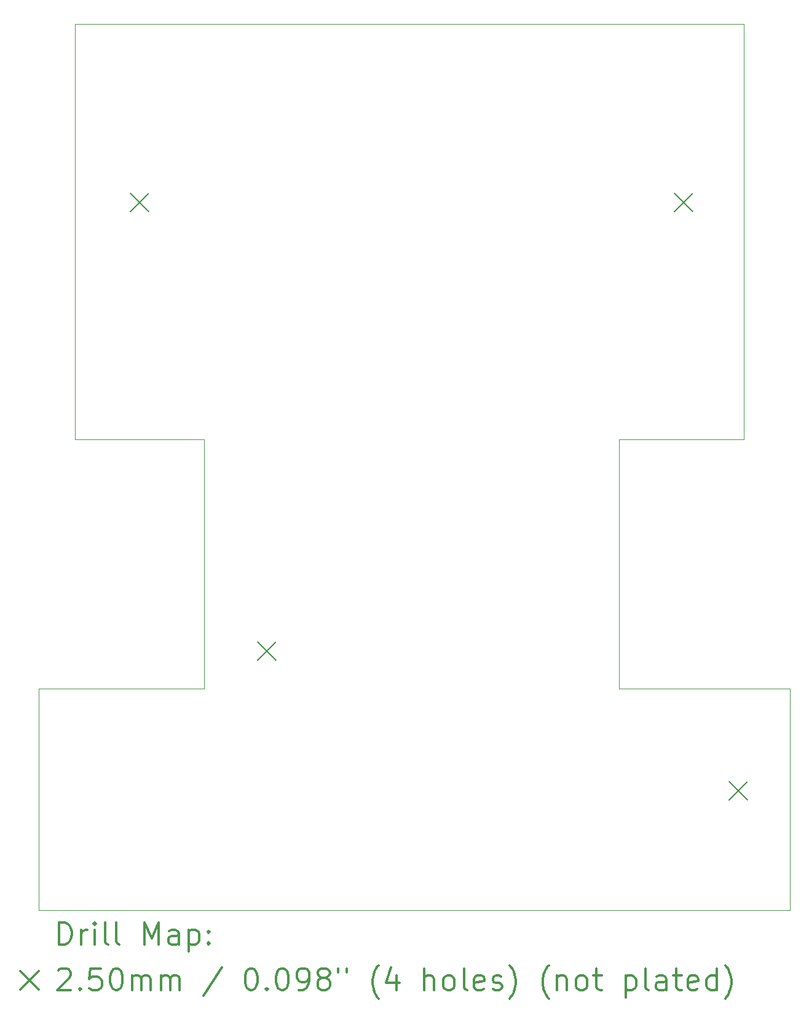
<source format=gbr>
%FSLAX45Y45*%
G04 Gerber Fmt 4.5, Leading zero omitted, Abs format (unit mm)*
G04 Created by KiCad (PCBNEW 5.1.2) date 2019-06-26 00:59:18*
%MOMM*%
%LPD*%
G04 APERTURE LIST*
%ADD10C,0.050000*%
%ADD11C,0.200000*%
%ADD12C,0.300000*%
G04 APERTURE END LIST*
D10*
X13271500Y-8509000D02*
X14986000Y-8509000D01*
X14986000Y-2794000D02*
X14986000Y-8509000D01*
X5778500Y-2794000D02*
X5778500Y-8509000D01*
X7556500Y-8509000D02*
X5778500Y-8509000D01*
X15621000Y-11938000D02*
X15621000Y-14986000D01*
X13271500Y-11938000D02*
X15621000Y-11938000D01*
X14986000Y-2794000D02*
X5778500Y-2794000D01*
X13271500Y-11938000D02*
X13271500Y-8509000D01*
X5276596Y-14986000D02*
X15621000Y-14986000D01*
X5276596Y-11938000D02*
X5276596Y-14986000D01*
X7556500Y-11938000D02*
X5276596Y-11938000D01*
X7556500Y-8509000D02*
X7556500Y-11938000D01*
D11*
X8295100Y-11292300D02*
X8545100Y-11542300D01*
X8545100Y-11292300D02*
X8295100Y-11542300D01*
X14035500Y-5120100D02*
X14285500Y-5370100D01*
X14285500Y-5120100D02*
X14035500Y-5370100D01*
X6542500Y-5120100D02*
X6792500Y-5370100D01*
X6792500Y-5120100D02*
X6542500Y-5370100D01*
X14789320Y-13214970D02*
X15039320Y-13464970D01*
X15039320Y-13214970D02*
X14789320Y-13464970D01*
D12*
X5560524Y-15454214D02*
X5560524Y-15154214D01*
X5631953Y-15154214D01*
X5674810Y-15168500D01*
X5703382Y-15197071D01*
X5717667Y-15225643D01*
X5731953Y-15282786D01*
X5731953Y-15325643D01*
X5717667Y-15382786D01*
X5703382Y-15411357D01*
X5674810Y-15439929D01*
X5631953Y-15454214D01*
X5560524Y-15454214D01*
X5860524Y-15454214D02*
X5860524Y-15254214D01*
X5860524Y-15311357D02*
X5874810Y-15282786D01*
X5889096Y-15268500D01*
X5917667Y-15254214D01*
X5946239Y-15254214D01*
X6046239Y-15454214D02*
X6046239Y-15254214D01*
X6046239Y-15154214D02*
X6031953Y-15168500D01*
X6046239Y-15182786D01*
X6060524Y-15168500D01*
X6046239Y-15154214D01*
X6046239Y-15182786D01*
X6231953Y-15454214D02*
X6203382Y-15439929D01*
X6189096Y-15411357D01*
X6189096Y-15154214D01*
X6389096Y-15454214D02*
X6360524Y-15439929D01*
X6346239Y-15411357D01*
X6346239Y-15154214D01*
X6731953Y-15454214D02*
X6731953Y-15154214D01*
X6831953Y-15368500D01*
X6931953Y-15154214D01*
X6931953Y-15454214D01*
X7203382Y-15454214D02*
X7203382Y-15297071D01*
X7189096Y-15268500D01*
X7160524Y-15254214D01*
X7103382Y-15254214D01*
X7074810Y-15268500D01*
X7203382Y-15439929D02*
X7174810Y-15454214D01*
X7103382Y-15454214D01*
X7074810Y-15439929D01*
X7060524Y-15411357D01*
X7060524Y-15382786D01*
X7074810Y-15354214D01*
X7103382Y-15339929D01*
X7174810Y-15339929D01*
X7203382Y-15325643D01*
X7346239Y-15254214D02*
X7346239Y-15554214D01*
X7346239Y-15268500D02*
X7374810Y-15254214D01*
X7431953Y-15254214D01*
X7460524Y-15268500D01*
X7474810Y-15282786D01*
X7489096Y-15311357D01*
X7489096Y-15397071D01*
X7474810Y-15425643D01*
X7460524Y-15439929D01*
X7431953Y-15454214D01*
X7374810Y-15454214D01*
X7346239Y-15439929D01*
X7617667Y-15425643D02*
X7631953Y-15439929D01*
X7617667Y-15454214D01*
X7603382Y-15439929D01*
X7617667Y-15425643D01*
X7617667Y-15454214D01*
X7617667Y-15268500D02*
X7631953Y-15282786D01*
X7617667Y-15297071D01*
X7603382Y-15282786D01*
X7617667Y-15268500D01*
X7617667Y-15297071D01*
X5024096Y-15823500D02*
X5274096Y-16073500D01*
X5274096Y-15823500D02*
X5024096Y-16073500D01*
X5546239Y-15812786D02*
X5560524Y-15798500D01*
X5589096Y-15784214D01*
X5660524Y-15784214D01*
X5689096Y-15798500D01*
X5703382Y-15812786D01*
X5717667Y-15841357D01*
X5717667Y-15869929D01*
X5703382Y-15912786D01*
X5531953Y-16084214D01*
X5717667Y-16084214D01*
X5846239Y-16055643D02*
X5860524Y-16069929D01*
X5846239Y-16084214D01*
X5831953Y-16069929D01*
X5846239Y-16055643D01*
X5846239Y-16084214D01*
X6131953Y-15784214D02*
X5989096Y-15784214D01*
X5974810Y-15927071D01*
X5989096Y-15912786D01*
X6017667Y-15898500D01*
X6089096Y-15898500D01*
X6117667Y-15912786D01*
X6131953Y-15927071D01*
X6146239Y-15955643D01*
X6146239Y-16027071D01*
X6131953Y-16055643D01*
X6117667Y-16069929D01*
X6089096Y-16084214D01*
X6017667Y-16084214D01*
X5989096Y-16069929D01*
X5974810Y-16055643D01*
X6331953Y-15784214D02*
X6360524Y-15784214D01*
X6389096Y-15798500D01*
X6403382Y-15812786D01*
X6417667Y-15841357D01*
X6431953Y-15898500D01*
X6431953Y-15969929D01*
X6417667Y-16027071D01*
X6403382Y-16055643D01*
X6389096Y-16069929D01*
X6360524Y-16084214D01*
X6331953Y-16084214D01*
X6303382Y-16069929D01*
X6289096Y-16055643D01*
X6274810Y-16027071D01*
X6260524Y-15969929D01*
X6260524Y-15898500D01*
X6274810Y-15841357D01*
X6289096Y-15812786D01*
X6303382Y-15798500D01*
X6331953Y-15784214D01*
X6560524Y-16084214D02*
X6560524Y-15884214D01*
X6560524Y-15912786D02*
X6574810Y-15898500D01*
X6603382Y-15884214D01*
X6646239Y-15884214D01*
X6674810Y-15898500D01*
X6689096Y-15927071D01*
X6689096Y-16084214D01*
X6689096Y-15927071D02*
X6703382Y-15898500D01*
X6731953Y-15884214D01*
X6774810Y-15884214D01*
X6803382Y-15898500D01*
X6817667Y-15927071D01*
X6817667Y-16084214D01*
X6960524Y-16084214D02*
X6960524Y-15884214D01*
X6960524Y-15912786D02*
X6974810Y-15898500D01*
X7003382Y-15884214D01*
X7046239Y-15884214D01*
X7074810Y-15898500D01*
X7089096Y-15927071D01*
X7089096Y-16084214D01*
X7089096Y-15927071D02*
X7103382Y-15898500D01*
X7131953Y-15884214D01*
X7174810Y-15884214D01*
X7203382Y-15898500D01*
X7217667Y-15927071D01*
X7217667Y-16084214D01*
X7803382Y-15769929D02*
X7546239Y-16155643D01*
X8189096Y-15784214D02*
X8217667Y-15784214D01*
X8246239Y-15798500D01*
X8260524Y-15812786D01*
X8274810Y-15841357D01*
X8289096Y-15898500D01*
X8289096Y-15969929D01*
X8274810Y-16027071D01*
X8260524Y-16055643D01*
X8246239Y-16069929D01*
X8217667Y-16084214D01*
X8189096Y-16084214D01*
X8160524Y-16069929D01*
X8146239Y-16055643D01*
X8131953Y-16027071D01*
X8117667Y-15969929D01*
X8117667Y-15898500D01*
X8131953Y-15841357D01*
X8146239Y-15812786D01*
X8160524Y-15798500D01*
X8189096Y-15784214D01*
X8417667Y-16055643D02*
X8431953Y-16069929D01*
X8417667Y-16084214D01*
X8403382Y-16069929D01*
X8417667Y-16055643D01*
X8417667Y-16084214D01*
X8617667Y-15784214D02*
X8646239Y-15784214D01*
X8674810Y-15798500D01*
X8689096Y-15812786D01*
X8703382Y-15841357D01*
X8717667Y-15898500D01*
X8717667Y-15969929D01*
X8703382Y-16027071D01*
X8689096Y-16055643D01*
X8674810Y-16069929D01*
X8646239Y-16084214D01*
X8617667Y-16084214D01*
X8589096Y-16069929D01*
X8574810Y-16055643D01*
X8560524Y-16027071D01*
X8546239Y-15969929D01*
X8546239Y-15898500D01*
X8560524Y-15841357D01*
X8574810Y-15812786D01*
X8589096Y-15798500D01*
X8617667Y-15784214D01*
X8860524Y-16084214D02*
X8917667Y-16084214D01*
X8946239Y-16069929D01*
X8960524Y-16055643D01*
X8989096Y-16012786D01*
X9003382Y-15955643D01*
X9003382Y-15841357D01*
X8989096Y-15812786D01*
X8974810Y-15798500D01*
X8946239Y-15784214D01*
X8889096Y-15784214D01*
X8860524Y-15798500D01*
X8846239Y-15812786D01*
X8831953Y-15841357D01*
X8831953Y-15912786D01*
X8846239Y-15941357D01*
X8860524Y-15955643D01*
X8889096Y-15969929D01*
X8946239Y-15969929D01*
X8974810Y-15955643D01*
X8989096Y-15941357D01*
X9003382Y-15912786D01*
X9174810Y-15912786D02*
X9146239Y-15898500D01*
X9131953Y-15884214D01*
X9117667Y-15855643D01*
X9117667Y-15841357D01*
X9131953Y-15812786D01*
X9146239Y-15798500D01*
X9174810Y-15784214D01*
X9231953Y-15784214D01*
X9260524Y-15798500D01*
X9274810Y-15812786D01*
X9289096Y-15841357D01*
X9289096Y-15855643D01*
X9274810Y-15884214D01*
X9260524Y-15898500D01*
X9231953Y-15912786D01*
X9174810Y-15912786D01*
X9146239Y-15927071D01*
X9131953Y-15941357D01*
X9117667Y-15969929D01*
X9117667Y-16027071D01*
X9131953Y-16055643D01*
X9146239Y-16069929D01*
X9174810Y-16084214D01*
X9231953Y-16084214D01*
X9260524Y-16069929D01*
X9274810Y-16055643D01*
X9289096Y-16027071D01*
X9289096Y-15969929D01*
X9274810Y-15941357D01*
X9260524Y-15927071D01*
X9231953Y-15912786D01*
X9403382Y-15784214D02*
X9403382Y-15841357D01*
X9517667Y-15784214D02*
X9517667Y-15841357D01*
X9960524Y-16198500D02*
X9946239Y-16184214D01*
X9917667Y-16141357D01*
X9903382Y-16112786D01*
X9889096Y-16069929D01*
X9874810Y-15998500D01*
X9874810Y-15941357D01*
X9889096Y-15869929D01*
X9903382Y-15827071D01*
X9917667Y-15798500D01*
X9946239Y-15755643D01*
X9960524Y-15741357D01*
X10203382Y-15884214D02*
X10203382Y-16084214D01*
X10131953Y-15769929D02*
X10060524Y-15984214D01*
X10246239Y-15984214D01*
X10589096Y-16084214D02*
X10589096Y-15784214D01*
X10717667Y-16084214D02*
X10717667Y-15927071D01*
X10703382Y-15898500D01*
X10674810Y-15884214D01*
X10631953Y-15884214D01*
X10603382Y-15898500D01*
X10589096Y-15912786D01*
X10903382Y-16084214D02*
X10874810Y-16069929D01*
X10860524Y-16055643D01*
X10846239Y-16027071D01*
X10846239Y-15941357D01*
X10860524Y-15912786D01*
X10874810Y-15898500D01*
X10903382Y-15884214D01*
X10946239Y-15884214D01*
X10974810Y-15898500D01*
X10989096Y-15912786D01*
X11003382Y-15941357D01*
X11003382Y-16027071D01*
X10989096Y-16055643D01*
X10974810Y-16069929D01*
X10946239Y-16084214D01*
X10903382Y-16084214D01*
X11174810Y-16084214D02*
X11146239Y-16069929D01*
X11131953Y-16041357D01*
X11131953Y-15784214D01*
X11403382Y-16069929D02*
X11374810Y-16084214D01*
X11317667Y-16084214D01*
X11289096Y-16069929D01*
X11274810Y-16041357D01*
X11274810Y-15927071D01*
X11289096Y-15898500D01*
X11317667Y-15884214D01*
X11374810Y-15884214D01*
X11403382Y-15898500D01*
X11417667Y-15927071D01*
X11417667Y-15955643D01*
X11274810Y-15984214D01*
X11531953Y-16069929D02*
X11560524Y-16084214D01*
X11617667Y-16084214D01*
X11646239Y-16069929D01*
X11660524Y-16041357D01*
X11660524Y-16027071D01*
X11646239Y-15998500D01*
X11617667Y-15984214D01*
X11574810Y-15984214D01*
X11546239Y-15969929D01*
X11531953Y-15941357D01*
X11531953Y-15927071D01*
X11546239Y-15898500D01*
X11574810Y-15884214D01*
X11617667Y-15884214D01*
X11646239Y-15898500D01*
X11760524Y-16198500D02*
X11774810Y-16184214D01*
X11803382Y-16141357D01*
X11817667Y-16112786D01*
X11831953Y-16069929D01*
X11846239Y-15998500D01*
X11846239Y-15941357D01*
X11831953Y-15869929D01*
X11817667Y-15827071D01*
X11803382Y-15798500D01*
X11774810Y-15755643D01*
X11760524Y-15741357D01*
X12303382Y-16198500D02*
X12289096Y-16184214D01*
X12260524Y-16141357D01*
X12246239Y-16112786D01*
X12231953Y-16069929D01*
X12217667Y-15998500D01*
X12217667Y-15941357D01*
X12231953Y-15869929D01*
X12246239Y-15827071D01*
X12260524Y-15798500D01*
X12289096Y-15755643D01*
X12303382Y-15741357D01*
X12417667Y-15884214D02*
X12417667Y-16084214D01*
X12417667Y-15912786D02*
X12431953Y-15898500D01*
X12460524Y-15884214D01*
X12503382Y-15884214D01*
X12531953Y-15898500D01*
X12546239Y-15927071D01*
X12546239Y-16084214D01*
X12731953Y-16084214D02*
X12703382Y-16069929D01*
X12689096Y-16055643D01*
X12674810Y-16027071D01*
X12674810Y-15941357D01*
X12689096Y-15912786D01*
X12703382Y-15898500D01*
X12731953Y-15884214D01*
X12774810Y-15884214D01*
X12803382Y-15898500D01*
X12817667Y-15912786D01*
X12831953Y-15941357D01*
X12831953Y-16027071D01*
X12817667Y-16055643D01*
X12803382Y-16069929D01*
X12774810Y-16084214D01*
X12731953Y-16084214D01*
X12917667Y-15884214D02*
X13031953Y-15884214D01*
X12960524Y-15784214D02*
X12960524Y-16041357D01*
X12974810Y-16069929D01*
X13003382Y-16084214D01*
X13031953Y-16084214D01*
X13360524Y-15884214D02*
X13360524Y-16184214D01*
X13360524Y-15898500D02*
X13389096Y-15884214D01*
X13446239Y-15884214D01*
X13474810Y-15898500D01*
X13489096Y-15912786D01*
X13503382Y-15941357D01*
X13503382Y-16027071D01*
X13489096Y-16055643D01*
X13474810Y-16069929D01*
X13446239Y-16084214D01*
X13389096Y-16084214D01*
X13360524Y-16069929D01*
X13674810Y-16084214D02*
X13646239Y-16069929D01*
X13631953Y-16041357D01*
X13631953Y-15784214D01*
X13917667Y-16084214D02*
X13917667Y-15927071D01*
X13903382Y-15898500D01*
X13874810Y-15884214D01*
X13817667Y-15884214D01*
X13789096Y-15898500D01*
X13917667Y-16069929D02*
X13889096Y-16084214D01*
X13817667Y-16084214D01*
X13789096Y-16069929D01*
X13774810Y-16041357D01*
X13774810Y-16012786D01*
X13789096Y-15984214D01*
X13817667Y-15969929D01*
X13889096Y-15969929D01*
X13917667Y-15955643D01*
X14017667Y-15884214D02*
X14131953Y-15884214D01*
X14060524Y-15784214D02*
X14060524Y-16041357D01*
X14074810Y-16069929D01*
X14103382Y-16084214D01*
X14131953Y-16084214D01*
X14346239Y-16069929D02*
X14317667Y-16084214D01*
X14260524Y-16084214D01*
X14231953Y-16069929D01*
X14217667Y-16041357D01*
X14217667Y-15927071D01*
X14231953Y-15898500D01*
X14260524Y-15884214D01*
X14317667Y-15884214D01*
X14346239Y-15898500D01*
X14360524Y-15927071D01*
X14360524Y-15955643D01*
X14217667Y-15984214D01*
X14617667Y-16084214D02*
X14617667Y-15784214D01*
X14617667Y-16069929D02*
X14589096Y-16084214D01*
X14531953Y-16084214D01*
X14503382Y-16069929D01*
X14489096Y-16055643D01*
X14474810Y-16027071D01*
X14474810Y-15941357D01*
X14489096Y-15912786D01*
X14503382Y-15898500D01*
X14531953Y-15884214D01*
X14589096Y-15884214D01*
X14617667Y-15898500D01*
X14731953Y-16198500D02*
X14746239Y-16184214D01*
X14774810Y-16141357D01*
X14789096Y-16112786D01*
X14803382Y-16069929D01*
X14817667Y-15998500D01*
X14817667Y-15941357D01*
X14803382Y-15869929D01*
X14789096Y-15827071D01*
X14774810Y-15798500D01*
X14746239Y-15755643D01*
X14731953Y-15741357D01*
M02*

</source>
